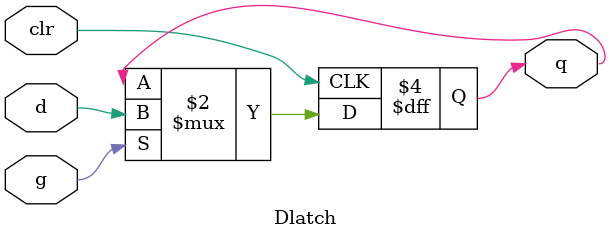
<source format=v>
module Dlatch(q, clr, d, g);
    input clr, d, g;
    output reg q;
    always @(negedge clr) begin
        if(g)
           q <=d; 
    end


endmodule
</source>
